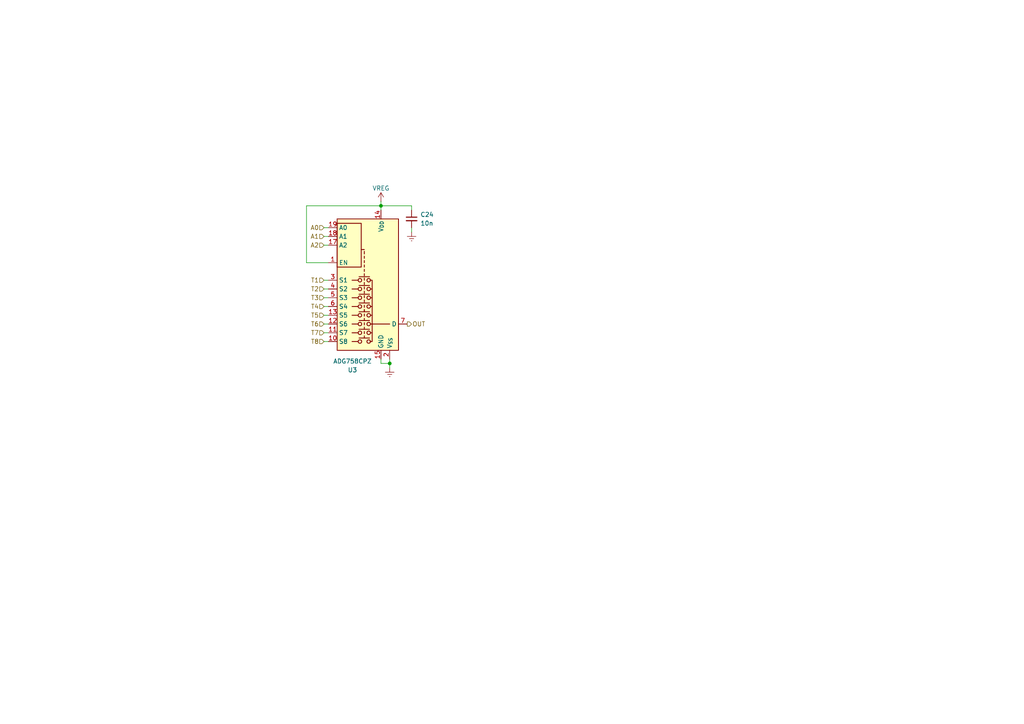
<source format=kicad_sch>
(kicad_sch (version 20231120) (generator "eeschema") (generator_version "8.0")
  (paper "A4")
  (lib_symbols
    (symbol "Analog_Switch:ADG758CPZ"
      (property "Reference" "U" (at -7.62 23.495 0))
      (property "Value" "ADG758CPZ" (at -7.62 21.59 0))
      (symbol "ADG758CPZ_0_1"
        (rectangle (start -7.62 6.35) (end -0.635 19.05) (stroke (width 0.254)))
        (rectangle (start -7.62 20.32) (end 10.16 -17.78) (stroke (width 0.254)) (fill (type background)))
        (circle (center -1.016 -15.24) (radius 0.508) (stroke (width 0.254)))
        (circle (center -1.016 -12.7) (radius 0.508) (stroke (width 0.254)))
        (circle (center -1.016 -10.16) (radius 0.508) (stroke (width 0.254)))
        (circle (center -1.016 -7.62) (radius 0.508) (stroke (width 0.254)))
        (circle (center -1.016 -5.08) (radius 0.508) (stroke (width 0.254)))
        (circle (center -1.016 -2.54) (radius 0.508) (stroke (width 0.254)))
        (circle (center -1.016 0) (radius 0.508) (stroke (width 0.254)))
        (circle (center -1.016 2.54) (radius 0.508) (stroke (width 0.254)))
        (polyline (pts (xy -1.524 -15.24) (xy -3.302 -15.24)) (stroke (width 0.254)))
        (polyline (pts (xy -1.524 -12.7) (xy -3.302 -12.7)) (stroke (width 0.254)))
        (polyline (pts (xy -1.524 -10.16) (xy -3.302 -10.16)) (stroke (width 0.254)))
        (polyline (pts (xy -1.524 -7.62) (xy -3.302 -7.62)) (stroke (width 0.254)))
        (polyline (pts (xy -1.524 -5.08) (xy -3.302 -5.08)) (stroke (width 0.254)))
        (polyline (pts (xy -1.524 -2.54) (xy -3.302 -2.54)) (stroke (width 0.254)))
        (polyline (pts (xy -1.524 0) (xy -3.302 0)) (stroke (width 0.254)))
        (polyline (pts (xy -1.524 2.54) (xy -3.302 2.54)) (stroke (width 0.254)))
        (polyline (pts (xy -1.27 -14.224) (xy 1.778 -14.224)) (stroke (width 0.254)))
        (polyline (pts (xy -1.27 -11.684) (xy 1.778 -11.684)) (stroke (width 0.254)))
        (polyline (pts (xy -1.27 -9.144) (xy 1.778 -9.144)) (stroke (width 0.254)))
        (polyline (pts (xy -1.27 -6.604) (xy 1.778 -6.604)) (stroke (width 0.254)))
        (polyline (pts (xy -1.27 -4.064) (xy 1.778 -4.064)) (stroke (width 0.254)))
        (polyline (pts (xy -1.27 -1.524) (xy 1.778 -1.524)) (stroke (width 0.254)))
        (polyline (pts (xy -1.27 1.016) (xy 1.778 1.016)) (stroke (width 0.254)))
        (polyline (pts (xy -1.27 3.556) (xy 1.778 3.556)) (stroke (width 0.254)))
        (polyline (pts (xy -0.635 11.43) (xy 0 11.43)) (stroke (width 0.254)))
        (polyline (pts (xy 0.254 -14.224) (xy 0.254 -13.589)) (stroke (width 0.254)))
        (polyline (pts (xy 0.254 -12.954) (xy 0.254 -12.319)) (stroke (width 0.254)))
        (polyline (pts (xy 0.254 -11.684) (xy 0.254 -11.049)) (stroke (width 0.254)))
        (polyline (pts (xy 0.254 -10.414) (xy 0.254 -9.779)) (stroke (width 0.254)))
        (polyline (pts (xy 0.254 -9.144) (xy 0.254 -8.509)) (stroke (width 0.254)))
        (polyline (pts (xy 0.254 -7.874) (xy 0.254 -7.239)) (stroke (width 0.254)))
        (polyline (pts (xy 0.254 -6.604) (xy 0.254 -5.969)) (stroke (width 0.254)))
        (polyline (pts (xy 0.254 -6.604) (xy 0.254 -5.969)) (stroke (width 0.254)))
        (polyline (pts (xy 0.254 -5.334) (xy 0.254 -4.699)) (stroke (width 0.254)))
        (polyline (pts (xy 0.254 -3.81) (xy 0.254 -3.175)) (stroke (width 0.254)))
        (polyline (pts (xy 0.254 -2.54) (xy 0.254 -1.905)) (stroke (width 0.254)))
        (polyline (pts (xy 0.254 -1.27) (xy 0.254 -0.635)) (stroke (width 0.254)))
        (polyline (pts (xy 0.254 0) (xy 0.254 0.635)) (stroke (width 0.254)))
        (polyline (pts (xy 0.254 1.27) (xy 0.254 1.905)) (stroke (width 0.254)))
        (polyline (pts (xy 0.254 2.54) (xy 0.254 3.175)) (stroke (width 0.254)))
        (polyline (pts (xy 0.254 3.81) (xy 0.254 4.445)) (stroke (width 0.254)))
        (polyline (pts (xy 0.254 5.08) (xy 0.254 5.715)) (stroke (width 0.254)))
        (polyline (pts (xy 0.254 6.35) (xy 0.254 6.985)) (stroke (width 0.254)))
        (polyline (pts (xy 0.254 7.62) (xy 0.254 8.255)) (stroke (width 0.254)))
        (polyline (pts (xy 0.254 8.89) (xy 0.254 9.525)) (stroke (width 0.254)))
        (polyline (pts (xy 0.254 10.16) (xy 0.254 10.922)) (stroke (width 0.254)))
        (polyline (pts (xy 0.254 11.43) (xy 0 11.43)) (stroke (width 0.254)))
        (polyline (pts (xy 2.032 -12.7) (xy 2.54 -12.7)) (stroke (width 0.254)))
        (polyline (pts (xy 2.032 -10.16) (xy 2.54 -10.16)) (stroke (width 0.254)))
        (polyline (pts (xy 2.032 -7.62) (xy 2.54 -7.62)) (stroke (width 0.254)))
        (polyline (pts (xy 2.032 -5.08) (xy 2.54 -5.08)) (stroke (width 0.254)))
        (polyline (pts (xy 2.032 -2.54) (xy 2.54 -2.54)) (stroke (width 0.254)))
        (polyline (pts (xy 2.032 0) (xy 2.54 0)) (stroke (width 0.254)))
        (polyline (pts (xy 2.54 -10.16) (xy 7.62 -10.16)) (stroke (width 0.254)))
        (polyline (pts (xy 1.905 2.54) (xy 2.54 2.54) (xy 2.54 -15.24) (xy 1.905 -15.24)) (stroke (width 0.254)))
        (circle (center 1.524 -15.24) (radius 0.508) (stroke (width 0.254)))
        (circle (center 1.524 -12.7) (radius 0.508) (stroke (width 0.254)))
        (circle (center 1.524 -10.16) (radius 0.508) (stroke (width 0.254)))
        (circle (center 1.524 -7.62) (radius 0.508) (stroke (width 0.254)))
        (circle (center 1.524 -5.08) (radius 0.508) (stroke (width 0.254)))
        (circle (center 1.524 -2.54) (radius 0.508) (stroke (width 0.254)))
        (circle (center 1.524 0) (radius 0.508) (stroke (width 0.254)))
        (circle (center 1.524 2.54) (radius 0.508) (stroke (width 0.254)))
      )
      (symbol "ADG758CPZ_1_0"
        (pin power_in line (at 5.08 -20.32 90) (length 2.54) (name "GND") (number "15"))
      )
      (symbol "ADG758CPZ_1_1"
        (pin input line (at -10.16 7.62 0) (length 2.54) (name "EN") (number "1"))
        (pin bidirectional line (at -10.16 -15.24 0) (length 2.54) (name "S8") (number "10"))
        (pin bidirectional line (at -10.16 -12.7 0) (length 2.54) (name "S7") (number "11"))
        (pin bidirectional line (at -10.16 -10.16 0) (length 2.54) (name "S6") (number "12"))
        (pin bidirectional line (at -10.16 -7.62 0) (length 2.54) (name "S5") (number "13"))
        (pin power_in line (at 5.08 22.86 270) (length 2.54) (name "V_{DD}") (number "14"))
        (pin no_connect line (at 10.16 10.16 180) (length 2.54) hide (name "NC") (number "16"))
        (pin input line (at -10.16 12.7 0) (length 2.54) (name "A2") (number "17"))
        (pin input line (at -10.16 15.24 0) (length 2.54) (name "A1") (number "18"))
        (pin input line (at -10.16 17.78 0) (length 2.54) (name "A0") (number "19"))
        (pin power_in line (at 7.62 -20.32 90) (length 2.54) (name "V_{SS}") (number "2"))
        (pin no_connect line (at 10.16 7.62 180) (length 2.54) hide (name "NC") (number "20"))
        (pin passive line (at 7.62 -20.32 90) (length 2.54) hide (name "V_{SS}") (number "21"))
        (pin bidirectional line (at -10.16 2.54 0) (length 2.54) (name "S1") (number "3"))
        (pin bidirectional line (at -10.16 0 0) (length 2.54) (name "S2") (number "4"))
        (pin bidirectional line (at -10.16 -2.54 0) (length 2.54) (name "S3") (number "5"))
        (pin bidirectional line (at -10.16 -5.08 0) (length 2.54) (name "S4") (number "6"))
        (pin bidirectional line (at 12.7 -10.16 180) (length 2.54) (name "D") (number "7"))
        (pin no_connect line (at 10.16 15.24 180) (length 2.54) hide (name "NC") (number "8"))
        (pin no_connect line (at 10.16 12.7 180) (length 2.54) hide (name "NC") (number "9"))
      )
    )
    (symbol "Device:C_Small" (pin_numbers hide) (pin_names (offset 0.254) hide)
      (property "Reference" "C" (at 0.254 1.778 0))
      (property "Value" "C_Small" (at 0.254 -2.032 0))
      (symbol "C_Small_0_1"
        (polyline (pts (xy -1.524 -0.508) (xy 1.524 -0.508)) (stroke (width 0.3302)))
        (polyline (pts (xy -1.524 0.508) (xy 1.524 0.508)) (stroke (width 0.3048)))
      )
      (symbol "C_Small_1_1"
        (pin passive line (at 0 2.54 270) (length 2.032) (name "~") (number "1"))
        (pin passive line (at 0 -2.54 90) (length 2.032) (name "~") (number "2"))
      )
    )
    (symbol "power:Earth" (power) (pin_names (offset 0))
      (symbol "Earth_0_1"
        (polyline (pts (xy -0.635 -1.905) (xy 0.635 -1.905)))
        (polyline (pts (xy -0.127 -2.54) (xy 0.127 -2.54)))
        (polyline (pts (xy 0 -1.27) (xy 0 0)))
        (polyline (pts (xy 1.27 -1.27) (xy -1.27 -1.27)))
      )
      (symbol "Earth_1_1"
        (pin power_in line (at 0 0 270) (length 0) hide (name "Earth") (number "1"))
      )
    )
    (symbol "power:VBUS" (power) (pin_numbers hide) (pin_names (offset 0) hide)
      (property "Value" "VBUS" (at 0 3.556 0))
      (symbol "VBUS_0_1"
        (polyline (pts (xy -0.762 1.27) (xy 0 2.54)))
        (polyline (pts (xy 0 0) (xy 0 2.54)))
        (polyline (pts (xy 0 2.54) (xy 0.762 1.27)))
      )
      (symbol "VBUS_1_1"
        (pin power_in line (at 0 0 90) (length 0) (name "~") (number "1"))
      )
    )
  )
  (junction (at 110.49 59.69))
  (junction (at 113.03 105.41))
  (wire (pts (xy 88.9 59.69) (xy 110.49 59.69)))
  (wire (pts (xy 93.98 86.36) (xy 95.25 86.36)))
  (wire (pts (xy 93.98 83.82) (xy 95.25 83.82)))
  (wire (pts (xy 93.98 71.12) (xy 95.25 71.12)))
  (wire (pts (xy 93.98 93.98) (xy 95.25 93.98)))
  (wire (pts (xy 93.98 68.58) (xy 95.25 68.58)))
  (wire (pts (xy 119.38 60.96) (xy 119.38 59.69)))
  (wire (pts (xy 110.49 58.42) (xy 110.49 59.69)))
  (wire (pts (xy 93.98 91.44) (xy 95.25 91.44)))
  (wire (pts (xy 93.98 81.28) (xy 95.25 81.28)))
  (wire (pts (xy 119.38 66.04) (xy 119.38 67.31)))
  (wire (pts (xy 110.49 59.69) (xy 110.49 60.96)))
  (wire (pts (xy 110.49 104.14) (xy 110.49 105.41)))
  (wire (pts (xy 110.49 105.41) (xy 113.03 105.41)))
  (wire (pts (xy 88.9 76.2) (xy 88.9 59.69)))
  (wire (pts (xy 93.98 99.06) (xy 95.25 99.06)))
  (wire (pts (xy 93.98 88.9) (xy 95.25 88.9)))
  (wire (pts (xy 119.38 59.69) (xy 110.49 59.69)))
  (wire (pts (xy 93.98 66.04) (xy 95.25 66.04)))
  (wire (pts (xy 113.03 105.41) (xy 113.03 106.68)))
  (wire (pts (xy 93.98 96.52) (xy 95.25 96.52)))
  (wire (pts (xy 95.25 76.2) (xy 88.9 76.2)))
  (wire (pts (xy 113.03 104.14) (xy 113.03 105.41)))
  (hierarchical_label "T7" (shape input) (at 93.98 96.52 180))
  (hierarchical_label "T1" (shape input) (at 93.98 81.28 180))
  (hierarchical_label "T3" (shape input) (at 93.98 86.36 180))
  (hierarchical_label "A2" (shape input) (at 93.98 71.12 180))
  (hierarchical_label "T2" (shape input) (at 93.98 83.82 180))
  (hierarchical_label "T4" (shape input) (at 93.98 88.9 180))
  (hierarchical_label "T8" (shape input) (at 93.98 99.06 180))
  (hierarchical_label "T6" (shape input) (at 93.98 93.98 180))
  (hierarchical_label "OUT" (shape output) (at 118.11 93.98 0))
  (hierarchical_label "T5" (shape input) (at 93.98 91.44 180))
  (hierarchical_label "A1" (shape input) (at 93.98 68.58 180))
  (hierarchical_label "A0" (shape input) (at 93.98 66.04 180))
  (symbol (lib_id "Device:C_Small") (at 119.38 63.5 0) (unit 1)
    (property "Reference" "C24" (at 121.92 62.2362 0) (effects (justify left)))
    (property "Value" "10n" (at 121.92 64.7762 0) (effects (justify left)))
    (property "Footprint" "Capacitor_SMD:C_0201_0603Metric" (effects (hide yes)))
    (property "Description" "Unpolarized capacitor, small symbol" (effects (hide yes)))
    (instances (project "ACC_BMSslave" (path "" (reference "C24") (unit 1)) (path "" (reference "C26") (unit 1)) (path "" (reference "C25") (unit 1)) (path "" (reference "C23") (unit 1))))
  )
  (symbol (lib_id "power:VBUS") (at 110.49 58.42 0) (unit 1)
    (property "Reference" "#PWR066" (effects (hide yes)))
    (property "Value" "VREG" (at 110.49 54.61 0))
    (property "Description" "Power symbol creates a global label with name \"VBUS\"" (effects (hide yes)))
    (instances (project "ACC_BMSslave" (path "" (reference "#PWR066") (unit 1)) (path "" (reference "#PWR072") (unit 1)) (path "" (reference "#PWR069") (unit 1)) (path "" (reference "#PWR063") (unit 1))))
  )
  (symbol (lib_id "power:Earth") (at 119.38 67.31 0) (unit 1)
    (property "Reference" "#PWR068" (effects (hide yes)))
    (property "Value" "Earth" (effects (hide yes)))
    (instances (project "ACC_BMSslave" (path "" (reference "#PWR068") (unit 1)) (path "" (reference "#PWR074") (unit 1)) (path "" (reference "#PWR071") (unit 1)) (path "" (reference "#PWR065") (unit 1))))
  )
  (symbol (lib_id "Analog_Switch:ADG758CPZ") (at 105.41 83.82 0) (unit 1)
    (property "Reference" "U3" (at 102.235 107.315 0))
    (property "Value" "ADG758CPZ" (at 102.235 104.775 0))
    (property "Footprint" "Package_CSP:LFCSP-20-1EP_4x4mm_P0.5mm_EP2.1x2.1mm" (effects (hide yes)))
    (property "Datasheet" "https://www.analog.com/media/en/technical-documentation/data-sheets/ADG758_759.pdf" (effects (hide yes)))
    (property "Description" "8-channel CMOS analog multiplexer, 3 Ohm Ron, 55 MHz, LFCSP-20" (effects (hide yes)))
    (instances (project "ACC_BMSslave" (path "" (reference "U3") (unit 1)) (path "" (reference "U5") (unit 1)) (path "" (reference "U4") (unit 1)) (path "" (reference "U2") (unit 1))))
  )
  (symbol (lib_id "power:Earth") (at 113.03 106.68 0) (unit 1)
    (property "Reference" "#PWR067" (effects (hide yes)))
    (property "Value" "Earth" (effects (hide yes)))
    (instances (project "ACC_BMSslave" (path "" (reference "#PWR067") (unit 1)) (path "" (reference "#PWR073") (unit 1)) (path "" (reference "#PWR070") (unit 1)) (path "" (reference "#PWR064") (unit 1))))
  )
)
</source>
